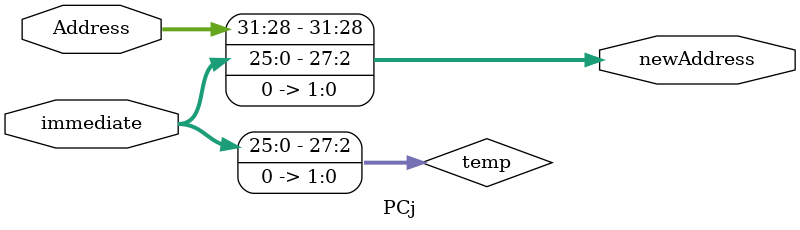
<source format=v>
`timescale 1ns / 1ps


module PCj(
    input [31:0] Address,
    input [25:0] immediate,
    output reg [31:0] newAddress
    );
    reg [27:0] temp;
    
    always @(immediate or Address) begin
        temp = immediate << 2;
        newAddress = {Address[31:28], temp[27:0]};
    end
    
endmodule

</source>
